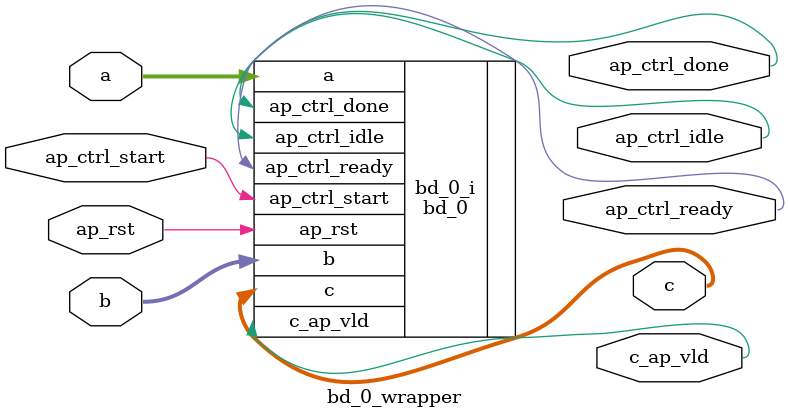
<source format=v>
`timescale 1 ps / 1 ps

module bd_0_wrapper
   (a,
    ap_ctrl_done,
    ap_ctrl_idle,
    ap_ctrl_ready,
    ap_ctrl_start,
    ap_rst,
    b,
    c,
    c_ap_vld);
  input [7:0]a;
  output ap_ctrl_done;
  output ap_ctrl_idle;
  output ap_ctrl_ready;
  input ap_ctrl_start;
  input ap_rst;
  input [7:0]b;
  output [7:0]c;
  output c_ap_vld;

  wire [7:0]a;
  wire ap_ctrl_done;
  wire ap_ctrl_idle;
  wire ap_ctrl_ready;
  wire ap_ctrl_start;
  wire ap_rst;
  wire [7:0]b;
  wire [7:0]c;
  wire c_ap_vld;

  bd_0 bd_0_i
       (.a(a),
        .ap_ctrl_done(ap_ctrl_done),
        .ap_ctrl_idle(ap_ctrl_idle),
        .ap_ctrl_ready(ap_ctrl_ready),
        .ap_ctrl_start(ap_ctrl_start),
        .ap_rst(ap_rst),
        .b(b),
        .c(c),
        .c_ap_vld(c_ap_vld));
endmodule

</source>
